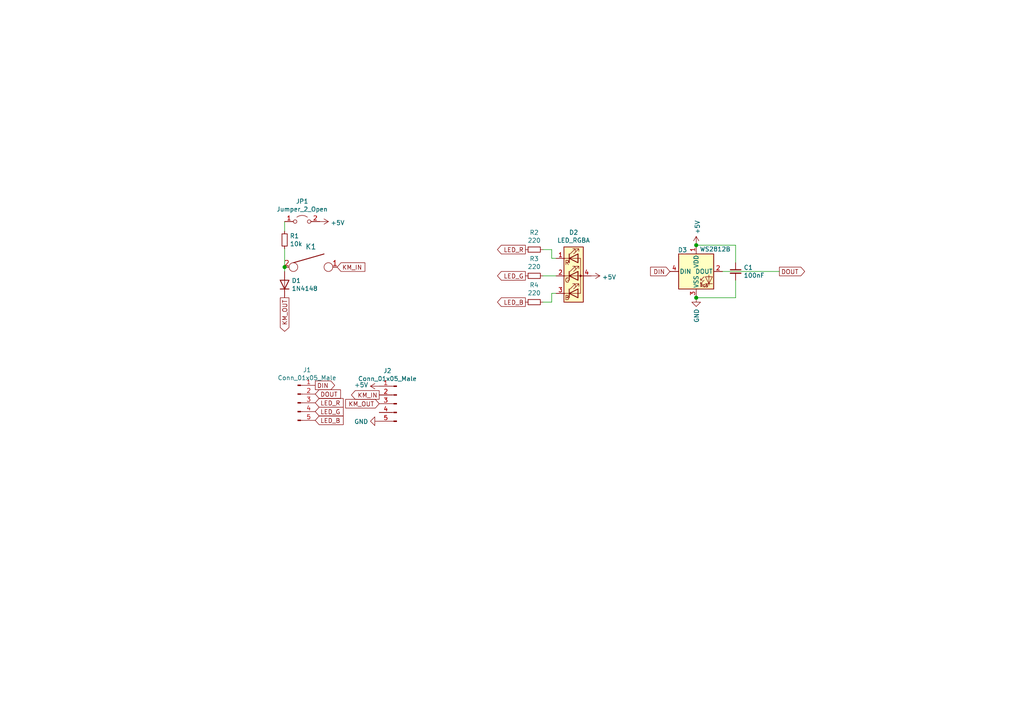
<source format=kicad_sch>
(kicad_sch (version 20210126) (generator eeschema)
  (paper "A4")
  (lib_symbols
    (symbol "Connector:Conn_01x05_Male" (pin_names (offset 1.016) hide)
      (property "Reference" "J" (at 0 7.62 0))
      (property "Value" "Conn_01x05_Male" (at 0 -7.62 0))
      (symbol "Conn_01x05_Male_1_1"
        (rectangle (start 0.8636 -4.953) (end 0 -5.207) (stroke (width 0.1524)) (fill (type outline)))
        (rectangle (start 0.8636 -2.413) (end 0 -2.667) (stroke (width 0.1524)) (fill (type outline)))
        (rectangle (start 0.8636 0.127) (end 0 -0.127) (stroke (width 0.1524)) (fill (type outline)))
        (rectangle (start 0.8636 2.667) (end 0 2.413) (stroke (width 0.1524)) (fill (type outline)))
        (rectangle (start 0.8636 5.207) (end 0 4.953) (stroke (width 0.1524)) (fill (type outline)))
        (polyline (pts (xy 1.27 -5.08) (xy 0.8636 -5.08)) (stroke (width 0.1524)))
        (polyline (pts (xy 1.27 -2.54) (xy 0.8636 -2.54)) (stroke (width 0.1524)))
        (polyline (pts (xy 1.27 0) (xy 0.8636 0)) (stroke (width 0.1524)))
        (polyline (pts (xy 1.27 2.54) (xy 0.8636 2.54)) (stroke (width 0.1524)))
        (polyline (pts (xy 1.27 5.08) (xy 0.8636 5.08)) (stroke (width 0.1524)))
        (pin passive line (at 5.08 5.08 180) (length 3.81) (name "Pin_1") (number "1"))
        (pin passive line (at 5.08 2.54 180) (length 3.81) (name "Pin_2") (number "2"))
        (pin passive line (at 5.08 0 180) (length 3.81) (name "Pin_3") (number "3"))
        (pin passive line (at 5.08 -2.54 180) (length 3.81) (name "Pin_4") (number "4"))
        (pin passive line (at 5.08 -5.08 180) (length 3.81) (name "Pin_5") (number "5"))
      )
    )
    (symbol "Device:C_Small" (pin_numbers hide) (pin_names (offset 0.254) hide)
      (property "Reference" "C" (at 0.254 1.778 0))
      (property "Value" "C_Small" (at 0.254 -2.032 0))
      (symbol "C_Small_0_1"
        (polyline (pts (xy -1.524 -0.508) (xy 1.524 -0.508)) (stroke (width 0.3302)))
        (polyline (pts (xy -1.524 0.508) (xy 1.524 0.508)) (stroke (width 0.3048)))
      )
      (symbol "C_Small_1_1"
        (pin passive line (at 0 2.54 270) (length 2.032) (name "~") (number "1"))
        (pin passive line (at 0 -2.54 90) (length 2.032) (name "~") (number "2"))
      )
    )
    (symbol "Device:LED_RGBA" (pin_names (offset 0) hide)
      (property "Reference" "D" (at 0 9.398 0))
      (property "Value" "LED_RGBA" (at 0 -8.89 0))
      (symbol "LED_RGBA_0_0"
        (text "B" (at -1.905 -6.35 0) (effects (font (size 1.27 1.27))))
        (text "G" (at -1.905 -1.27 0) (effects (font (size 1.27 1.27))))
        (text "R" (at -1.905 3.81 0) (effects (font (size 1.27 1.27))))
      )
      (symbol "LED_RGBA_0_1"
        (circle (center 2.032 0) (radius 0.254) (fill (type outline)))
        (rectangle (start 1.27 -1.27) (end 1.27 1.27))
        (rectangle (start 1.27 1.27) (end 1.27 1.27))
        (rectangle (start 1.27 3.81) (end 1.27 6.35))
        (rectangle (start 1.27 6.35) (end 1.27 6.35))
        (rectangle (start 2.794 8.382) (end -2.794 -7.62) (stroke (width 0.254)) (fill (type background)))
        (polyline (pts (xy -1.27 -5.08) (xy -2.54 -5.08)))
        (polyline (pts (xy -1.27 -5.08) (xy 1.27 -5.08)))
        (polyline (pts (xy -1.27 -3.81) (xy -1.27 -6.35)) (stroke (width 0.254)))
        (polyline (pts (xy -1.27 0) (xy -2.54 0)))
        (polyline (pts (xy -1.27 1.27) (xy -1.27 -1.27)) (stroke (width 0.254)))
        (polyline (pts (xy -1.27 5.08) (xy -2.54 5.08)))
        (polyline (pts (xy -1.27 5.08) (xy 1.27 5.08)))
        (polyline (pts (xy -1.27 6.35) (xy -1.27 3.81)) (stroke (width 0.254)))
        (polyline (pts (xy 1.27 0) (xy -1.27 0)))
        (polyline (pts (xy 1.27 0) (xy 2.54 0)))
        (polyline (pts (xy -1.27 1.27) (xy -1.27 -1.27) (xy -1.27 -1.27)))
        (polyline (pts (xy -1.27 6.35) (xy -1.27 3.81) (xy -1.27 3.81)))
        (polyline (pts (xy 1.27 -5.08) (xy 2.032 -5.08) (xy 2.032 5.08) (xy 1.27 5.08)))
        (polyline (pts (xy 1.27 -3.81) (xy 1.27 -6.35) (xy -1.27 -5.08) (xy 1.27 -3.81)) (stroke (width 0.254)))
        (polyline (pts (xy 1.27 1.27) (xy 1.27 -1.27) (xy -1.27 0) (xy 1.27 1.27)) (stroke (width 0.254)))
        (polyline (pts (xy 1.27 6.35) (xy 1.27 3.81) (xy -1.27 5.08) (xy 1.27 6.35)) (stroke (width 0.254)))
        (polyline (pts (xy -1.016 -3.81) (xy 0.508 -2.286) (xy -0.254 -2.286) (xy 0.508 -2.286) (xy 0.508 -3.048)))
        (polyline (pts (xy -1.016 1.27) (xy 0.508 2.794) (xy -0.254 2.794) (xy 0.508 2.794) (xy 0.508 2.032)))
        (polyline (pts (xy -1.016 6.35) (xy 0.508 7.874) (xy -0.254 7.874) (xy 0.508 7.874) (xy 0.508 7.112)))
        (polyline (pts (xy 0 -3.81) (xy 1.524 -2.286) (xy 0.762 -2.286) (xy 1.524 -2.286) (xy 1.524 -3.048)))
        (polyline (pts (xy 0 1.27) (xy 1.524 2.794) (xy 0.762 2.794) (xy 1.524 2.794) (xy 1.524 2.032)))
        (polyline (pts (xy 0 6.35) (xy 1.524 7.874) (xy 0.762 7.874) (xy 1.524 7.874) (xy 1.524 7.112)))
      )
      (symbol "LED_RGBA_1_1"
        (pin passive line (at -5.08 5.08 0) (length 2.54) (name "RK") (number "1"))
        (pin passive line (at -5.08 0 0) (length 2.54) (name "GK") (number "2"))
        (pin passive line (at -5.08 -5.08 0) (length 2.54) (name "BK") (number "3"))
        (pin passive line (at 5.08 0 180) (length 2.54) (name "A") (number "4"))
      )
    )
    (symbol "Device:R_Small" (pin_numbers hide) (pin_names (offset 0.254) hide)
      (property "Reference" "R" (at 0.762 0.508 0))
      (property "Value" "R_Small" (at 0.762 -1.016 0))
      (symbol "R_Small_0_1"
        (rectangle (start -0.762 1.778) (end 0.762 -1.778) (stroke (width 0.2032)))
      )
      (symbol "R_Small_1_1"
        (pin passive line (at 0 2.54 270) (length 0.762) (name "~") (number "1"))
        (pin passive line (at 0 -2.54 90) (length 0.762) (name "~") (number "2"))
      )
    )
    (symbol "Diode:1N4148" (pin_numbers hide) (pin_names (offset 1.016) hide)
      (property "Reference" "D" (at 0 2.54 0))
      (property "Value" "1N4148" (at 0 -2.54 0))
      (symbol "1N4148_0_1"
        (polyline (pts (xy -1.27 1.27) (xy -1.27 -1.27)) (stroke (width 0.254)))
        (polyline (pts (xy 1.27 0) (xy -1.27 0)))
        (polyline (pts (xy 1.27 1.27) (xy 1.27 -1.27) (xy -1.27 0) (xy 1.27 1.27)) (stroke (width 0.254)))
      )
      (symbol "1N4148_1_1"
        (pin passive line (at -3.81 0 0) (length 2.54) (name "K") (number "1"))
        (pin passive line (at 3.81 0 180) (length 2.54) (name "A") (number "2"))
      )
    )
    (symbol "Jumper:Jumper_2_Open" (pin_names (offset 0) hide)
      (property "Reference" "JP" (at 0 2.794 0))
      (property "Value" "Jumper_2_Open" (at 0 -2.286 0))
      (symbol "Jumper_2_Open_0_0"
        (circle (center -2.032 0) (radius 0.508))
        (circle (center 2.032 0) (radius 0.508))
      )
      (symbol "Jumper_2_Open_0_1"
        (arc (start -1.524 1.27) (end 1.524 1.27) (radius (at 0 -0.762) (length 2.54) (angles 126.9 53.1)))
      )
      (symbol "Jumper_2_Open_1_1"
        (pin passive line (at -5.08 0 0) (length 2.54) (name "A") (number "1"))
        (pin passive line (at 5.08 0 180) (length 2.54) (name "B") (number "2"))
      )
    )
    (symbol "Keyboard_Parts:KEYSW" (pin_names (offset 1.016))
      (property "Reference" "K?" (at -1.27 0 0))
      (symbol "KEYSW_0_1"
        (circle (center -5.08 0) (radius 1.27))
        (circle (center 5.08 0) (radius 1.27))
        (polyline (pts (xy -5.08 1.27) (xy 3.81 3.81)) (stroke (width 0.254)))
      )
      (symbol "KEYSW_1_1"
        (pin passive line (at 7.62 0 180) (length 1.27) (name "~") (number "1"))
        (pin passive line (at -7.62 0 0) (length 1.27) (name "~") (number "2"))
      )
    )
    (symbol "LED:WS2812B" (pin_names (offset 0.254))
      (property "Reference" "D" (at 5.08 5.715 0))
      (property "Value" "WS2812B" (at 1.27 -5.715 0))
      (symbol "WS2812B_0_0"
        (text "RGB" (at 2.286 -4.191 0) (effects (font (size 0.762 0.762))))
      )
      (symbol "WS2812B_0_1"
        (rectangle (start 5.08 5.08) (end -5.08 -5.08) (stroke (width 0.254)) (fill (type background)))
        (polyline (pts (xy 1.27 -3.556) (xy 1.778 -3.556)))
        (polyline (pts (xy 1.27 -2.54) (xy 1.778 -2.54)))
        (polyline (pts (xy 4.699 -3.556) (xy 2.667 -3.556)))
        (polyline (pts (xy 2.286 -2.54) (xy 1.27 -3.556) (xy 1.27 -3.048)))
        (polyline (pts (xy 2.286 -1.524) (xy 1.27 -2.54) (xy 1.27 -2.032)))
        (polyline (pts (xy 3.683 -1.016) (xy 3.683 -3.556) (xy 3.683 -4.064)))
        (polyline (pts (xy 4.699 -1.524) (xy 2.667 -1.524) (xy 3.683 -3.556) (xy 4.699 -1.524)))
      )
      (symbol "WS2812B_1_1"
        (pin power_in line (at 0 7.62 270) (length 2.54) (name "VDD") (number "1"))
        (pin output line (at 7.62 0 180) (length 2.54) (name "DOUT") (number "2"))
        (pin power_in line (at 0 -7.62 90) (length 2.54) (name "VSS") (number "3"))
        (pin input line (at -7.62 0 0) (length 2.54) (name "DIN") (number "4"))
      )
    )
    (symbol "power:+5V" (power) (pin_names (offset 0))
      (property "Value" "+5V" (at 0 3.556 0))
      (symbol "+5V_0_1"
        (polyline (pts (xy -0.762 1.27) (xy 0 2.54)))
        (polyline (pts (xy 0 0) (xy 0 2.54)))
        (polyline (pts (xy 0 2.54) (xy 0.762 1.27)))
      )
      (symbol "+5V_1_1"
        (pin power_in line (at 0 0 90) (length 0) hide (name "+5V") (number "1"))
      )
    )
    (symbol "power:GND" (power) (pin_names (offset 0))
      (property "Value" "GND" (at 0 -3.81 0))
      (symbol "GND_0_1"
        (polyline (pts (xy 0 0) (xy 0 -1.27) (xy 1.27 -1.27) (xy 0 -2.54) (xy -1.27 -1.27) (xy 0 -1.27)))
      )
      (symbol "GND_1_1"
        (pin power_in line (at 0 0 270) (length 0) hide (name "GND") (number "1"))
      )
    )
  )
  (junction (at 82.55 77.47) (diameter 1.016))
  (junction (at 201.93 71.12) (diameter 1.016))
  (junction (at 201.93 86.36) (diameter 1.016))
  (wire (pts (xy 82.55 64.262) (xy 82.55 67.056)))
  (wire (pts (xy 82.55 72.136) (xy 82.55 77.47)))
  (wire (pts (xy 82.55 77.47) (xy 82.55 78.74)))
  (wire (pts (xy 157.48 80.01) (xy 161.29 80.01)))
  (wire (pts (xy 157.48 87.63) (xy 160.02 87.63)))
  (wire (pts (xy 160.02 72.39) (xy 157.48 72.39)))
  (wire (pts (xy 160.02 74.93) (xy 160.02 72.39)))
  (wire (pts (xy 160.02 85.09) (xy 161.29 85.09)))
  (wire (pts (xy 160.02 87.63) (xy 160.02 85.09)))
  (wire (pts (xy 161.29 74.93) (xy 160.02 74.93)))
  (wire (pts (xy 209.55 78.74) (xy 226.06 78.74)))
  (wire (pts (xy 213.36 71.12) (xy 201.93 71.12)))
  (wire (pts (xy 213.36 76.2) (xy 213.36 71.12)))
  (wire (pts (xy 213.36 81.28) (xy 213.36 86.36)))
  (wire (pts (xy 213.36 86.36) (xy 201.93 86.36)))
  (global_label "KM_OUT" (shape output) (at 82.55 86.36 270) (property "Intersheet References" "${INTERSHEET_REFS}" (effects hide)))
  (global_label "DIN" (shape output) (at 91.44 111.76 0) (property "Intersheet References" "${INTERSHEET_REFS}" (effects hide)))
  (global_label "DOUT" (shape input) (at 91.44 114.3 0) (property "Intersheet References" "${INTERSHEET_REFS}" (effects hide)))
  (global_label "LED_R" (shape input) (at 91.44 116.84 0) (property "Intersheet References" "${INTERSHEET_REFS}" (effects hide)))
  (global_label "LED_G" (shape input) (at 91.44 119.38 0) (property "Intersheet References" "${INTERSHEET_REFS}" (effects hide)))
  (global_label "LED_B" (shape input) (at 91.44 121.92 0) (property "Intersheet References" "${INTERSHEET_REFS}" (effects hide)))
  (global_label "KM_IN" (shape input) (at 97.79 77.47 0) (property "Intersheet References" "${INTERSHEET_REFS}" (effects hide)))
  (global_label "KM_IN" (shape output) (at 109.982 114.554 180) (property "Intersheet References" "${INTERSHEET_REFS}" (effects hide)))
  (global_label "KM_OUT" (shape input) (at 109.982 117.094 180) (property "Intersheet References" "${INTERSHEET_REFS}" (effects hide)))
  (global_label "LED_R" (shape output) (at 152.4 72.39 180) (property "Intersheet References" "${INTERSHEET_REFS}" (effects hide)))
  (global_label "LED_G" (shape output) (at 152.4 80.01 180) (property "Intersheet References" "${INTERSHEET_REFS}" (effects hide)))
  (global_label "LED_B" (shape output) (at 152.4 87.63 180) (property "Intersheet References" "${INTERSHEET_REFS}" (effects hide)))
  (global_label "DIN" (shape input) (at 194.31 78.74 180) (property "Intersheet References" "${INTERSHEET_REFS}" (effects hide)))
  (global_label "DOUT" (shape output) (at 226.06 78.74 0) (property "Intersheet References" "${INTERSHEET_REFS}" (effects hide)))
  (symbol (lib_id "power:+5V") (at 92.71 64.262 270) (unit 1)
    (property "Reference" "#PWR0104" (effects hide))
    (property "Value" "+5V" (at 95.8851 64.6303 90) (effects (justify left)))
  )
  (symbol (lib_id "power:+5V") (at 109.982 112.014 90) (unit 1)
    (property "Reference" "#PWR0105" (effects hide))
    (property "Value" "+5V" (at 106.8069 111.6457 90) (effects (justify left)))
  )
  (symbol (lib_id "power:+5V") (at 171.45 80.01 270) (unit 1)
    (property "Reference" "#PWR0101" (effects hide))
    (property "Value" "+5V" (at 174.6251 80.3783 90) (effects (justify left)))
  )
  (symbol (lib_id "power:+5V") (at 201.93 71.12 0) (unit 1)
    (property "Reference" "#PWR0103" (effects hide))
    (property "Value" "+5V" (at 202.2983 67.9449 90) (effects (justify left)))
  )
  (symbol (lib_id "power:GND") (at 109.982 122.174 270) (unit 1)
    (property "Reference" "#PWR0106" (effects hide))
    (property "Value" "GND" (at 106.807 122.2883 90) (effects (justify right)))
  )
  (symbol (lib_id "power:GND") (at 201.93 86.36 0) (unit 1)
    (property "Reference" "#PWR0102" (effects hide))
    (property "Value" "GND" (at 202.0443 89.535 90) (effects (justify right)))
  )
  (symbol (lib_id "Device:R_Small") (at 82.55 69.596 0) (unit 1)
    (property "Reference" "R1" (at 84.0487 68.4466 0) (effects (justify left)))
    (property "Value" "10k" (at 84.049 70.745 0) (effects (justify left)))
    (property "Footprint" "Resistor_SMD:R_0603_1608Metric_Pad1.05x0.95mm_HandSolder" (effects hide))
  )
  (symbol (lib_id "Device:R_Small") (at 154.94 72.39 90) (unit 1)
    (property "Reference" "R2" (at 154.94 67.4432 90))
    (property "Value" "220" (at 154.94 69.742 90))
    (property "Footprint" "Resistor_SMD:R_0603_1608Metric_Pad1.05x0.95mm_HandSolder" (effects hide))
  )
  (symbol (lib_id "Device:R_Small") (at 154.94 80.01 90) (unit 1)
    (property "Reference" "R3" (at 154.94 75.0632 90))
    (property "Value" "220" (at 154.94 77.362 90))
    (property "Footprint" "Resistor_SMD:R_0603_1608Metric_Pad1.05x0.95mm_HandSolder" (effects hide))
  )
  (symbol (lib_id "Device:R_Small") (at 154.94 87.63 90) (unit 1)
    (property "Reference" "R4" (at 154.94 82.6832 90))
    (property "Value" "220" (at 154.94 84.982 90))
    (property "Footprint" "Resistor_SMD:R_0603_1608Metric_Pad1.05x0.95mm_HandSolder" (effects hide))
  )
  (symbol (lib_id "Device:C_Small") (at 213.36 78.74 0) (unit 1)
    (property "Reference" "C1" (at 215.6842 77.5906 0) (effects (justify left)))
    (property "Value" "100nF" (at 215.684 79.889 0) (effects (justify left)))
    (property "Footprint" "Capacitor_SMD:C_0603_1608Metric_Pad1.05x0.95mm_HandSolder" (effects hide))
  )
  (symbol (lib_id "Diode:1N4148") (at 82.55 82.55 90) (unit 1)
    (property "Reference" "D1" (at 84.5821 81.4006 90) (effects (justify right)))
    (property "Value" "1N4148" (at 84.5821 83.6993 90) (effects (justify right)))
    (property "Footprint" "Diode_SMD:D_SOD-123F" (effects hide))
    (property "Datasheet" "https://assets.nexperia.com/documents/data-sheet/1N4148_1N4448.pdf" (effects hide))
  )
  (symbol (lib_id "Jumper:Jumper_2_Open") (at 87.63 64.262 0) (unit 1)
    (property "Reference" "JP1" (at 87.63 58.4008 0))
    (property "Value" "Jumper_2_Open" (at 87.63 60.6995 0))
    (property "Footprint" "Jumper:SolderJumper-2_P1.3mm_Open_TrianglePad1.0x1.5mm" (effects hide))
  )
  (symbol (lib_id "Connector:Conn_01x05_Male") (at 86.36 116.84 0) (unit 1)
    (property "Reference" "J1" (at 89.0524 107.2958 0))
    (property "Value" "Conn_01x05_Male" (at 89.0524 109.5945 0))
    (property "Footprint" "Connector_PinHeader_2.54mm:PinHeader_1x05_P2.54mm_Vertical" (effects hide))
  )
  (symbol (lib_id "Connector:Conn_01x05_Male") (at 115.062 117.094 0) (mirror y) (unit 1)
    (property "Reference" "J2" (at 112.3696 107.5498 0))
    (property "Value" "Conn_01x05_Male" (at 112.3696 109.8485 0))
    (property "Footprint" "Connector_PinHeader_2.54mm:PinHeader_1x05_P2.54mm_Vertical" (effects hide))
  )
  (symbol (lib_id "Keyboard_Parts:KEYSW") (at 90.17 77.47 0) (unit 1)
    (property "Reference" "K1" (at 90.17 71.5518 0) (effects (font (size 1.524 1.524))))
    (property "Value" "KEYSW" (effects hide))
    (property "Footprint" "keyswitches:Kailh_socket_MX_1u" (effects hide))
  )
  (symbol (lib_id "Device:LED_RGBA") (at 166.37 80.01 0) (unit 1)
    (property "Reference" "D2" (at 166.37 67.4178 0))
    (property "Value" "LED_RGBA" (at 166.37 69.7165 0))
    (property "Footprint" "PeriodBoards:LED_RGBA" (effects hide))
  )
  (symbol (lib_id "LED:WS2812B") (at 201.93 78.74 0) (unit 1)
    (property "Reference" "D3" (at 196.5961 72.5106 0) (effects (justify left)))
    (property "Value" "WS2812B" (at 202.9461 72.2693 0) (effects (justify left)))
    (property "Footprint" "LED_SMD:LED_WS2812B_PLCC4_5.0x5.0mm_P3.2mm" (effects hide))
    (property "Datasheet" "https://cdn-shop.adafruit.com/datasheets/WS2812B.pdf" (effects hide))
  )
)
</source>
